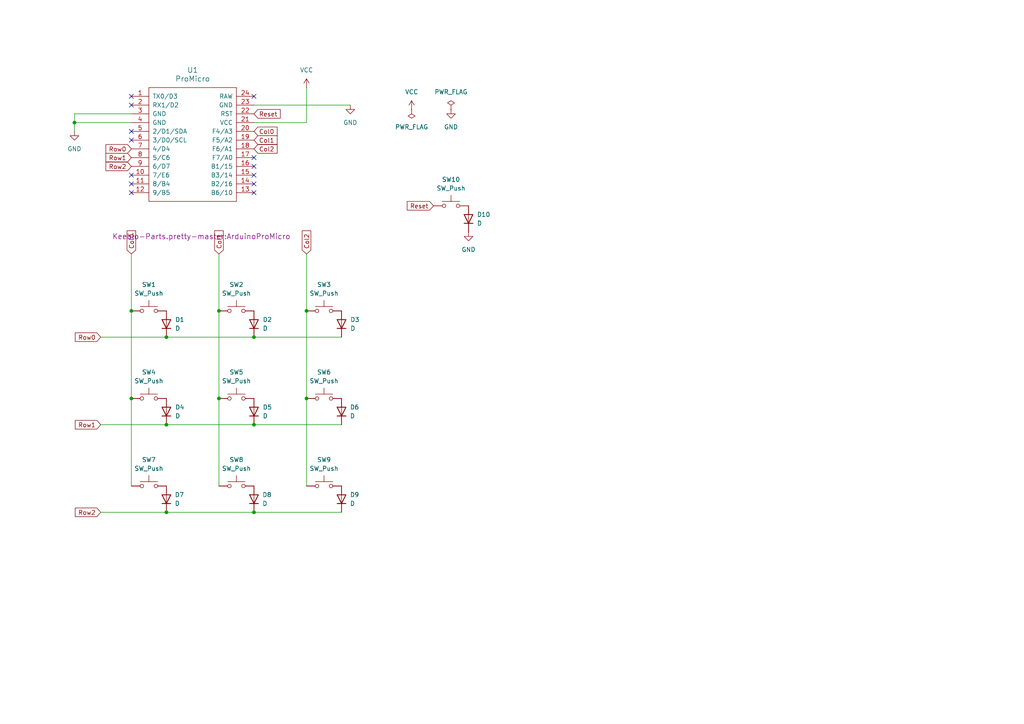
<source format=kicad_sch>
(kicad_sch (version 20231120) (generator "eeschema") (generator_version "8.0")
  (paper "A4")
  (lib_symbols
    (symbol "Device:D" (pin_numbers hide) (pin_names (offset 1.016) hide)
      (property "Reference" "D" (at 0 2.54 0))
      (property "Value" "D" (at 0 -2.54 0))
      (symbol "D_0_1"
        (polyline (pts (xy -1.27 1.27) (xy -1.27 -1.27)) (stroke (width 0.254)))
        (polyline (pts (xy 1.27 0) (xy -1.27 0)))
        (polyline (pts (xy 1.27 1.27) (xy 1.27 -1.27) (xy -1.27 0) (xy 1.27 1.27)) (stroke (width 0.254)))
      )
      (symbol "D_1_1"
        (pin passive line (at -3.81 0 0) (length 2.54) (name "K") (number "1"))
        (pin passive line (at 3.81 0 180) (length 2.54) (name "A") (number "2"))
      )
    )
    (symbol "Switch:SW_Push" (pin_numbers hide) (pin_names (offset 1.016) hide)
      (property "Reference" "SW" (at 1.27 2.54 0))
      (property "Value" "SW_Push" (at 0 -1.524 0))
      (symbol "SW_Push_0_1"
        (circle (center -2.032 0) (radius 0.508))
        (polyline (pts (xy 0 1.27) (xy 0 3.048)))
        (polyline (pts (xy 2.54 1.27) (xy -2.54 1.27)))
        (circle (center 2.032 0) (radius 0.508))
        (pin passive line (at -5.08 0 0) (length 2.54) (name "1") (number "1"))
        (pin passive line (at 5.08 0 180) (length 2.54) (name "2") (number "2"))
      )
    )
    (symbol "kbd:ProMicro" (pin_names (offset 1.016))
      (property "Reference" "U" (at 0 19.05 0))
      (property "Value" "ProMicro" (at 0 -19.05 0))
      (symbol "ProMicro_0_1"
        (rectangle (start -12.7 16.51) (end 12.7 -16.51))
      )
      (symbol "ProMicro_1_1"
        (pin bidirectional line (at -17.78 13.97 0) (length 5.08) (name "TX0/D3") (number "1"))
        (pin bidirectional line (at -17.78 -8.89 0) (length 5.08) (name "7/E6") (number "10"))
        (pin bidirectional line (at -17.78 -11.43 0) (length 5.08) (name "8/B4") (number "11"))
        (pin bidirectional line (at -17.78 -13.97 0) (length 5.08) (name "9/B5") (number "12"))
        (pin bidirectional line (at 17.78 -13.97 180) (length 5.08) (name "B6/10") (number "13"))
        (pin bidirectional line (at 17.78 -11.43 180) (length 5.08) (name "B2/16") (number "14"))
        (pin bidirectional line (at 17.78 -8.89 180) (length 5.08) (name "B3/14") (number "15"))
        (pin bidirectional line (at 17.78 -6.35 180) (length 5.08) (name "B1/15") (number "16"))
        (pin bidirectional line (at 17.78 -3.81 180) (length 5.08) (name "F7/A0") (number "17"))
        (pin bidirectional line (at 17.78 -1.27 180) (length 5.08) (name "F6/A1") (number "18"))
        (pin bidirectional line (at 17.78 1.27 180) (length 5.08) (name "F5/A2") (number "19"))
        (pin bidirectional line (at -17.78 11.43 0) (length 5.08) (name "RX1/D2") (number "2"))
        (pin bidirectional line (at 17.78 3.81 180) (length 5.08) (name "F4/A3") (number "20"))
        (pin power_in line (at 17.78 6.35 180) (length 5.08) (name "VCC") (number "21"))
        (pin input line (at 17.78 8.89 180) (length 5.08) (name "RST") (number "22"))
        (pin power_in line (at 17.78 11.43 180) (length 5.08) (name "GND") (number "23"))
        (pin power_out line (at 17.78 13.97 180) (length 5.08) (name "RAW") (number "24"))
        (pin power_in line (at -17.78 8.89 0) (length 5.08) (name "GND") (number "3"))
        (pin power_in line (at -17.78 6.35 0) (length 5.08) (name "GND") (number "4"))
        (pin bidirectional line (at -17.78 3.81 0) (length 5.08) (name "2/D1/SDA") (number "5"))
        (pin bidirectional line (at -17.78 1.27 0) (length 5.08) (name "3/D0/SCL") (number "6"))
        (pin bidirectional line (at -17.78 -1.27 0) (length 5.08) (name "4/D4") (number "7"))
        (pin bidirectional line (at -17.78 -3.81 0) (length 5.08) (name "5/C6") (number "8"))
        (pin bidirectional line (at -17.78 -6.35 0) (length 5.08) (name "6/D7") (number "9"))
      )
    )
    (symbol "power:GND" (power) (pin_numbers hide) (pin_names (offset 0) hide)
      (property "Value" "GND" (at 0 -3.81 0))
      (symbol "GND_0_1"
        (polyline (pts (xy 0 0) (xy 0 -1.27) (xy 1.27 -1.27) (xy 0 -2.54) (xy -1.27 -1.27) (xy 0 -1.27)))
      )
      (symbol "GND_1_1"
        (pin power_in line (at 0 0 270) (length 0) (name "~") (number "1"))
      )
    )
    (symbol "power:PWR_FLAG" (power) (pin_numbers hide) (pin_names (offset 0) hide)
      (property "Value" "PWR_FLAG" (at 0 3.81 0))
      (symbol "PWR_FLAG_0_0"
        (pin power_out line (at 0 0 90) (length 0) (name "~") (number "1"))
      )
      (symbol "PWR_FLAG_0_1"
        (polyline (pts (xy 0 0) (xy 0 1.27) (xy -1.016 1.905) (xy 0 2.54) (xy 1.016 1.905) (xy 0 1.27)))
      )
    )
    (symbol "power:VCC" (power) (pin_numbers hide) (pin_names (offset 0) hide)
      (property "Value" "VCC" (at 0 3.556 0))
      (symbol "VCC_0_1"
        (polyline (pts (xy -0.762 1.27) (xy 0 2.54)))
        (polyline (pts (xy 0 0) (xy 0 2.54)))
        (polyline (pts (xy 0 2.54) (xy 0.762 1.27)))
      )
      (symbol "VCC_1_1"
        (pin power_in line (at 0 0 90) (length 0) (name "~") (number "1"))
      )
    )
  )
  (junction (at 73.66 148.59))
  (junction (at 63.5 90.17))
  (junction (at 48.26 123.19))
  (junction (at 21.59 35.56))
  (junction (at 88.9 115.57))
  (junction (at 48.26 148.59))
  (junction (at 48.26 97.79))
  (junction (at 88.9 90.17))
  (junction (at 73.66 123.19))
  (junction (at 63.5 115.57))
  (junction (at 73.66 97.79))
  (junction (at 38.1 115.57))
  (junction (at 38.1 90.17))
  (no_connect (at 73.66 45.72))
  (no_connect (at 73.66 27.94))
  (no_connect (at 38.1 50.8))
  (no_connect (at 73.66 53.34))
  (no_connect (at 73.66 55.88))
  (no_connect (at 73.66 48.26))
  (no_connect (at 38.1 27.94))
  (no_connect (at 73.66 50.8))
  (no_connect (at 38.1 30.48))
  (no_connect (at 38.1 40.64))
  (no_connect (at 38.1 53.34))
  (no_connect (at 38.1 38.1))
  (no_connect (at 38.1 55.88))
  (wire (pts (xy 88.9 25.4) (xy 88.9 35.56)))
  (wire (pts (xy 48.26 97.79) (xy 73.66 97.79)))
  (wire (pts (xy 29.21 97.79) (xy 48.26 97.79)))
  (wire (pts (xy 88.9 115.57) (xy 88.9 140.97)))
  (wire (pts (xy 88.9 90.17) (xy 88.9 115.57)))
  (wire (pts (xy 73.66 35.56) (xy 88.9 35.56)))
  (wire (pts (xy 21.59 35.56) (xy 38.1 35.56)))
  (wire (pts (xy 48.26 148.59) (xy 73.66 148.59)))
  (wire (pts (xy 38.1 90.17) (xy 38.1 115.57)))
  (wire (pts (xy 21.59 35.56) (xy 21.59 38.1)))
  (wire (pts (xy 63.5 73.66) (xy 63.5 90.17)))
  (wire (pts (xy 63.5 90.17) (xy 63.5 115.57)))
  (wire (pts (xy 88.9 73.66) (xy 88.9 90.17)))
  (wire (pts (xy 21.59 33.02) (xy 21.59 35.56)))
  (wire (pts (xy 48.26 123.19) (xy 73.66 123.19)))
  (wire (pts (xy 38.1 73.66) (xy 38.1 90.17)))
  (wire (pts (xy 73.66 97.79) (xy 99.06 97.79)))
  (wire (pts (xy 29.21 123.19) (xy 48.26 123.19)))
  (wire (pts (xy 29.21 148.59) (xy 48.26 148.59)))
  (wire (pts (xy 63.5 115.57) (xy 63.5 140.97)))
  (wire (pts (xy 73.66 30.48) (xy 101.6 30.48)))
  (wire (pts (xy 73.66 123.19) (xy 99.06 123.19)))
  (wire (pts (xy 38.1 33.02) (xy 21.59 33.02)))
  (wire (pts (xy 73.66 148.59) (xy 99.06 148.59)))
  (wire (pts (xy 38.1 115.57) (xy 38.1 140.97)))
  (global_label "Col0" (shape input) (at 38.1 73.66 90) (property "Intersheetrefs" "${INTERSHEET_REFS}" (effects (hide yes))))
  (global_label "Row1" (shape input) (at 29.21 123.19 180) (property "Intersheetrefs" "${INTERSHEET_REFS}" (effects (hide yes))))
  (global_label "Row1" (shape input) (at 38.1 45.72 180) (property "Intersheetrefs" "${INTERSHEET_REFS}" (effects (hide yes))))
  (global_label "Col1" (shape input) (at 63.5 73.66 90) (property "Intersheetrefs" "${INTERSHEET_REFS}" (effects (hide yes))))
  (global_label "Row0" (shape input) (at 29.21 97.79 180) (property "Intersheetrefs" "${INTERSHEET_REFS}" (effects (hide yes))))
  (global_label "Row2" (shape input) (at 38.1 48.26 180) (property "Intersheetrefs" "${INTERSHEET_REFS}" (effects (hide yes))))
  (global_label "Col0" (shape input) (at 73.66 38.1 0) (property "Intersheetrefs" "${INTERSHEET_REFS}" (effects (hide yes))))
  (global_label "Col2" (shape input) (at 88.9 73.66 90) (property "Intersheetrefs" "${INTERSHEET_REFS}" (effects (hide yes))))
  (global_label "Row0" (shape input) (at 38.1 43.18 180) (property "Intersheetrefs" "${INTERSHEET_REFS}" (effects (hide yes))))
  (global_label "Col1" (shape input) (at 73.66 40.64 0) (property "Intersheetrefs" "${INTERSHEET_REFS}" (effects (hide yes))))
  (global_label "Reset" (shape input) (at 73.66 33.02 0) (property "Intersheetrefs" "${INTERSHEET_REFS}" (effects (hide yes))))
  (global_label "Reset" (shape input) (at 125.73 59.69 180) (property "Intersheetrefs" "${INTERSHEET_REFS}" (effects (hide yes))))
  (global_label "Col2" (shape input) (at 73.66 43.18 0) (property "Intersheetrefs" "${INTERSHEET_REFS}" (effects (hide yes))))
  (global_label "Row2" (shape input) (at 29.21 148.59 180) (property "Intersheetrefs" "${INTERSHEET_REFS}" (effects (hide yes))))
  (symbol (lib_id "Switch:SW_Push") (at 43.18 140.97 0) (unit 1)
    (property "Reference" "SW7" (at 43.18 133.35 0))
    (property "Value" "SW_Push" (at 43.18 135.89 0))
    (property "Footprint" "kbd_SW:CherryMX_Solder_1u" (effects (hide yes)))
    (property "Description" "Push button switch, generic, two pins" (effects (hide yes)))
  )
  (symbol (lib_id "Switch:SW_Push") (at 43.18 90.17 0) (unit 1)
    (property "Reference" "SW1" (at 43.18 82.55 0))
    (property "Value" "SW_Push" (at 43.18 85.09 0))
    (property "Footprint" "kbd_SW:CherryMX_Solder_1u" (effects (hide yes)))
    (property "Description" "Push button switch, generic, two pins" (effects (hide yes)))
  )
  (symbol (lib_id "Switch:SW_Push") (at 43.18 115.57 0) (unit 1)
    (property "Reference" "SW4" (at 43.18 107.95 0))
    (property "Value" "SW_Push" (at 43.18 110.49 0))
    (property "Footprint" "kbd_SW:CherryMX_Solder_1u" (effects (hide yes)))
    (property "Description" "Push button switch, generic, two pins" (effects (hide yes)))
  )
  (symbol (lib_id "kbd:ProMicro") (at 55.88 41.91 0) (unit 1)
    (property "Reference" "U1" (at 55.88 20.32 0) (effects (font (size 1.524 1.524))))
    (property "Value" "ProMicro" (at 55.88 22.86 0) (effects (font (size 1.524 1.524))))
    (property "Footprint" "Keebio-Parts.pretty-master:ArduinoProMicro" (at 58.42 68.58 0) (effects (font (size 1.524 1.524))))
  )
  (symbol (lib_id "Device:D") (at 135.89 63.5 90) (unit 1)
    (property "Reference" "D10" (at 138.3167 62.2299 90) (effects (justify right)))
    (property "Value" "D" (at 138.3167 64.7699 90) (effects (justify right)))
    (property "Footprint" "kbd_Parts:Diode_TH_SMD" (effects (hide yes)))
    (property "Description" "Diode" (effects (hide yes)))
    (property "Sim.Device" "D" (effects (hide yes)))
    (property "Sim.Pins" "1=K 2=A" (effects (hide yes)))
  )
  (symbol (lib_id "Switch:SW_Push") (at 93.98 115.57 0) (unit 1)
    (property "Reference" "SW6" (at 93.98 107.95 0))
    (property "Value" "SW_Push" (at 93.98 110.49 0))
    (property "Footprint" "kbd_SW:CherryMX_Solder_1u" (effects (hide yes)))
    (property "Description" "Push button switch, generic, two pins" (effects (hide yes)))
  )
  (symbol (lib_id "power:GND") (at 101.6 30.48 0) (unit 1)
    (property "Reference" "#PWR05" (effects (hide yes)))
    (property "Value" "GND" (at 101.6 35.56 0))
    (property "Description" "Power symbol creates a global label with name \"GND\" , ground" (effects (hide yes)))
  )
  (symbol (lib_id "Switch:SW_Push") (at 68.58 115.57 0) (unit 1)
    (property "Reference" "SW5" (at 68.58 107.95 0))
    (property "Value" "SW_Push" (at 68.58 110.49 0))
    (property "Footprint" "kbd_SW:CherryMX_Solder_1u" (effects (hide yes)))
    (property "Description" "Push button switch, generic, two pins" (effects (hide yes)))
  )
  (symbol (lib_id "Device:D") (at 73.66 119.38 90) (unit 1)
    (property "Reference" "D5" (at 76.2 118.1099 90) (effects (justify right)))
    (property "Value" "D" (at 76.2 120.6499 90) (effects (justify right)))
    (property "Footprint" "kbd_Parts:Diode_TH_SMD" (effects (hide yes)))
    (property "Description" "Diode" (effects (hide yes)))
    (property "Sim.Device" "D" (effects (hide yes)))
    (property "Sim.Pins" "1=K 2=A" (effects (hide yes)))
  )
  (symbol (lib_id "Switch:SW_Push") (at 68.58 140.97 0) (unit 1)
    (property "Reference" "SW8" (at 68.58 133.35 0))
    (property "Value" "SW_Push" (at 68.58 135.89 0))
    (property "Footprint" "kbd_SW:CherryMX_Solder_1u" (effects (hide yes)))
    (property "Description" "Push button switch, generic, two pins" (effects (hide yes)))
  )
  (symbol (lib_id "Switch:SW_Push") (at 93.98 90.17 0) (unit 1)
    (property "Reference" "SW3" (at 93.98 82.55 0))
    (property "Value" "SW_Push" (at 93.98 85.09 0))
    (property "Footprint" "kbd_SW:CherryMX_Solder_1u" (effects (hide yes)))
    (property "Description" "Push button switch, generic, two pins" (effects (hide yes)))
  )
  (symbol (lib_id "Switch:SW_Push") (at 130.81 59.69 0) (unit 1)
    (property "Reference" "SW10" (at 130.81 52.07 0))
    (property "Value" "SW_Push" (at 130.81 54.61 0))
    (property "Footprint" "kbd_Parts:ResetSW" (effects (hide yes)))
    (property "Description" "Push button switch, generic, two pins" (effects (hide yes)))
  )
  (symbol (lib_id "Device:D") (at 99.06 119.38 90) (unit 1)
    (property "Reference" "D6" (at 101.4867 118.1099 90) (effects (justify right)))
    (property "Value" "D" (at 101.4867 120.6499 90) (effects (justify right)))
    (property "Footprint" "kbd_Parts:Diode_TH_SMD" (effects (hide yes)))
    (property "Description" "Diode" (effects (hide yes)))
    (property "Sim.Device" "D" (effects (hide yes)))
    (property "Sim.Pins" "1=K 2=A" (effects (hide yes)))
  )
  (symbol (lib_id "Device:D") (at 48.26 93.98 90) (unit 1)
    (property "Reference" "D1" (at 50.8 92.7099 90) (effects (justify right)))
    (property "Value" "D" (at 50.8 95.2499 90) (effects (justify right)))
    (property "Footprint" "kbd_Parts:Diode_TH_SMD" (effects (hide yes)))
    (property "Description" "Diode" (effects (hide yes)))
    (property "Sim.Device" "D" (effects (hide yes)))
    (property "Sim.Pins" "1=K 2=A" (effects (hide yes)))
  )
  (symbol (lib_id "power:VCC") (at 119.38 31.75 0) (unit 1)
    (property "Reference" "#PWR03" (effects (hide yes)))
    (property "Value" "VCC" (at 119.38 26.67 0))
    (property "Description" "Power symbol creates a global label with name \"VCC\"" (effects (hide yes)))
  )
  (symbol (lib_id "Device:D") (at 73.66 144.78 90) (unit 1)
    (property "Reference" "D8" (at 76.0867 143.5099 90) (effects (justify right)))
    (property "Value" "D" (at 76.0867 146.0499 90) (effects (justify right)))
    (property "Footprint" "kbd_Parts:Diode_TH_SMD" (effects (hide yes)))
    (property "Description" "Diode" (effects (hide yes)))
    (property "Sim.Device" "D" (effects (hide yes)))
    (property "Sim.Pins" "1=K 2=A" (effects (hide yes)))
  )
  (symbol (lib_id "Device:D") (at 99.06 144.78 90) (unit 1)
    (property "Reference" "D9" (at 101.4867 143.5099 90) (effects (justify right)))
    (property "Value" "D" (at 101.4867 146.0499 90) (effects (justify right)))
    (property "Footprint" "kbd_Parts:Diode_TH_SMD" (effects (hide yes)))
    (property "Description" "Diode" (effects (hide yes)))
    (property "Sim.Device" "D" (effects (hide yes)))
    (property "Sim.Pins" "1=K 2=A" (effects (hide yes)))
  )
  (symbol (lib_id "Device:D") (at 48.26 144.78 90) (unit 1)
    (property "Reference" "D7" (at 50.6867 143.5099 90) (effects (justify right)))
    (property "Value" "D" (at 50.6867 146.0499 90) (effects (justify right)))
    (property "Footprint" "kbd_Parts:Diode_TH_SMD" (effects (hide yes)))
    (property "Description" "Diode" (effects (hide yes)))
    (property "Sim.Device" "D" (effects (hide yes)))
    (property "Sim.Pins" "1=K 2=A" (effects (hide yes)))
  )
  (symbol (lib_id "Device:D") (at 48.26 119.38 90) (unit 1)
    (property "Reference" "D4" (at 50.8 118.1099 90) (effects (justify right)))
    (property "Value" "D" (at 50.8 120.6499 90) (effects (justify right)))
    (property "Footprint" "kbd_Parts:Diode_TH_SMD" (effects (hide yes)))
    (property "Description" "Diode" (effects (hide yes)))
    (property "Sim.Device" "D" (effects (hide yes)))
    (property "Sim.Pins" "1=K 2=A" (effects (hide yes)))
  )
  (symbol (lib_id "Switch:SW_Push") (at 68.58 90.17 0) (unit 1)
    (property "Reference" "SW2" (at 68.58 82.55 0))
    (property "Value" "SW_Push" (at 68.58 85.09 0))
    (property "Footprint" "kbd_SW:CherryMX_Solder_1u" (effects (hide yes)))
    (property "Description" "Push button switch, generic, two pins" (effects (hide yes)))
  )
  (symbol (lib_id "power:GND") (at 130.81 31.75 0) (unit 1)
    (property "Reference" "#PWR02" (effects (hide yes)))
    (property "Value" "GND" (at 130.81 36.83 0))
    (property "Description" "Power symbol creates a global label with name \"GND\" , ground" (effects (hide yes)))
  )
  (symbol (lib_id "power:GND") (at 21.59 38.1 0) (unit 1)
    (property "Reference" "#PWR04" (effects (hide yes)))
    (property "Value" "GND" (at 21.59 43.18 0))
    (property "Description" "Power symbol creates a global label with name \"GND\" , ground" (effects (hide yes)))
  )
  (symbol (lib_id "power:PWR_FLAG") (at 119.38 31.75 180) (unit 1)
    (property "Reference" "#FLG01" (effects (hide yes)))
    (property "Value" "PWR_FLAG" (at 119.38 36.83 0))
    (property "Description" "Special symbol for telling ERC where power comes from" (effects (hide yes)))
  )
  (symbol (lib_id "power:GND") (at 135.89 67.31 0) (unit 1)
    (property "Reference" "#PWR06" (effects (hide yes)))
    (property "Value" "GND" (at 135.89 72.39 0))
    (property "Description" "Power symbol creates a global label with name \"GND\" , ground" (effects (hide yes)))
  )
  (symbol (lib_id "Switch:SW_Push") (at 93.98 140.97 0) (unit 1)
    (property "Reference" "SW9" (at 93.98 133.35 0))
    (property "Value" "SW_Push" (at 93.98 135.89 0))
    (property "Footprint" "kbd_SW:CherryMX_Solder_1u" (effects (hide yes)))
    (property "Description" "Push button switch, generic, two pins" (effects (hide yes)))
  )
  (symbol (lib_id "power:VCC") (at 88.9 25.4 0) (unit 1)
    (property "Reference" "#PWR01" (effects (hide yes)))
    (property "Value" "VCC" (at 88.9 20.32 0))
    (property "Description" "Power symbol creates a global label with name \"VCC\"" (effects (hide yes)))
  )
  (symbol (lib_id "Device:D") (at 99.06 93.98 90) (unit 1)
    (property "Reference" "D3" (at 101.6 92.7099 90) (effects (justify right)))
    (property "Value" "D" (at 101.6 95.2499 90) (effects (justify right)))
    (property "Footprint" "kbd_Parts:Diode_TH_SMD" (effects (hide yes)))
    (property "Description" "Diode" (effects (hide yes)))
    (property "Sim.Device" "D" (effects (hide yes)))
    (property "Sim.Pins" "1=K 2=A" (effects (hide yes)))
  )
  (symbol (lib_id "power:PWR_FLAG") (at 130.81 31.75 0) (unit 1)
    (property "Reference" "#FLG02" (effects (hide yes)))
    (property "Value" "PWR_FLAG" (at 130.81 26.67 0))
    (property "Description" "Special symbol for telling ERC where power comes from" (effects (hide yes)))
  )
  (symbol (lib_id "Device:D") (at 73.66 93.98 90) (unit 1)
    (property "Reference" "D2" (at 76.2 92.7099 90) (effects (justify right)))
    (property "Value" "D" (at 76.2 95.2499 90) (effects (justify right)))
    (property "Footprint" "kbd_Parts:Diode_TH_SMD" (effects (hide yes)))
    (property "Description" "Diode" (effects (hide yes)))
    (property "Sim.Device" "D" (effects (hide yes)))
    (property "Sim.Pins" "1=K 2=A" (effects (hide yes)))
  )
)
</source>
